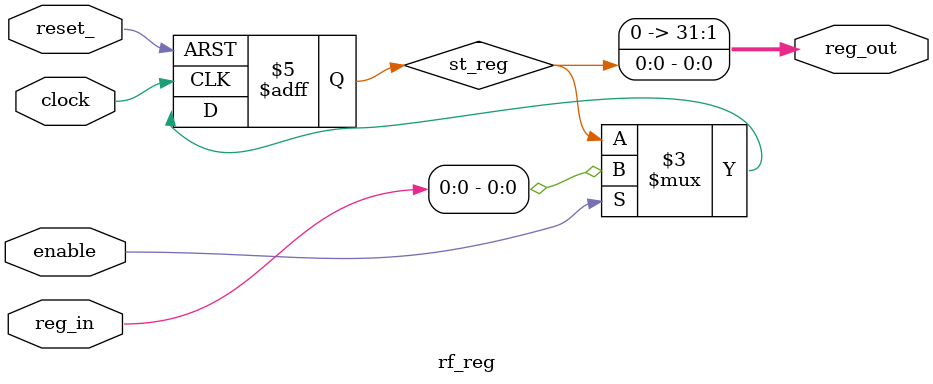
<source format=v>
`include "defines.v"

module rf_reg(reset_,
              enable,
              clock,
              reg_out,
              reg_in);
// Location of source csl unit: file name = csl_example_unit.csl line number = 400
//  Bitrange of state register port for register module rf_reg is of another type than number. No evaluation support available. Default is [0:0].
  input reset_;
  input enable;
  input clock;
  input [32 - 1:0] reg_in;
  output [32 - 1:0] reg_out;
  reg st_reg;
  assign   reg_out = st_reg;

  always @( posedge clock or negedge reset_ )  begin 
    if ( ~(reset_) )  begin 
      st_reg <= 0;
    end
    else if ( enable )  begin 
        st_reg <= reg_in;
      end
  end
  endmodule


</source>
